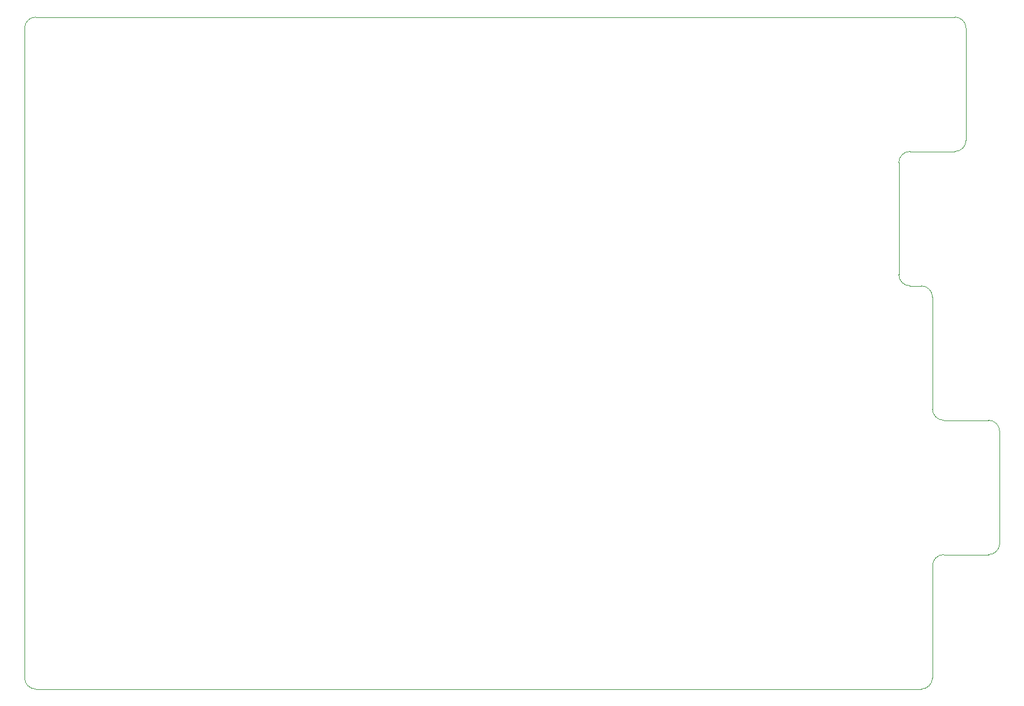
<source format=gm1>
G04 #@! TF.GenerationSoftware,KiCad,Pcbnew,(5.1.4-0-10_14)*
G04 #@! TF.CreationDate,2020-10-01T03:15:46-07:00*
G04 #@! TF.ProjectId,mpm62-kb-left,6d706d36-322d-46b6-922d-6c6566742e6b,rev?*
G04 #@! TF.SameCoordinates,Original*
G04 #@! TF.FileFunction,Profile,NP*
%FSLAX46Y46*%
G04 Gerber Fmt 4.6, Leading zero omitted, Abs format (unit mm)*
G04 Created by KiCad (PCBNEW (5.1.4-0-10_14)) date 2020-10-01 03:15:46*
%MOMM*%
%LPD*%
G04 APERTURE LIST*
%ADD10C,0.050000*%
G04 APERTURE END LIST*
D10*
X80962500Y-127000000D02*
X206375000Y-127000000D01*
X79375000Y-33337500D02*
X79375000Y-125412500D01*
X211137500Y-31750000D02*
X80962500Y-31750000D01*
X212725000Y-49212500D02*
X212725000Y-33337500D01*
X204787500Y-50800000D02*
X211137500Y-50800000D01*
X203200000Y-68262500D02*
X203200000Y-52387500D01*
X206375000Y-69850000D02*
X204787500Y-69850000D01*
X207962500Y-87312500D02*
X207962500Y-71437500D01*
X215900000Y-88900000D02*
X209550000Y-88900000D01*
X217487500Y-106362500D02*
X217487500Y-90487500D01*
X209550000Y-107950000D02*
X215900000Y-107950000D01*
X207962500Y-109537500D02*
X207962500Y-125412500D01*
X211137500Y-31750000D02*
G75*
G02X212725000Y-33337500I0J-1587500D01*
G01*
X212725000Y-49212500D02*
G75*
G02X211137500Y-50800000I-1587500J0D01*
G01*
X203200000Y-52387500D02*
G75*
G02X204787500Y-50800000I1587500J0D01*
G01*
X204787500Y-69850000D02*
G75*
G02X203200000Y-68262500I0J1587500D01*
G01*
X206375000Y-69850000D02*
G75*
G02X207962500Y-71437500I0J-1587500D01*
G01*
X209550000Y-88900000D02*
G75*
G02X207962500Y-87312500I0J1587500D01*
G01*
X215900000Y-88900000D02*
G75*
G02X217487500Y-90487500I0J-1587500D01*
G01*
X217487500Y-106362500D02*
G75*
G02X215900000Y-107950000I-1587500J0D01*
G01*
X207962500Y-109537500D02*
G75*
G02X209550000Y-107950000I1587500J0D01*
G01*
X207962500Y-125412500D02*
G75*
G02X206375000Y-127000000I-1587500J0D01*
G01*
X80962500Y-127000000D02*
G75*
G02X79375000Y-125412500I0J1587500D01*
G01*
X79375000Y-33337500D02*
G75*
G02X80962500Y-31750000I1587500J0D01*
G01*
M02*

</source>
